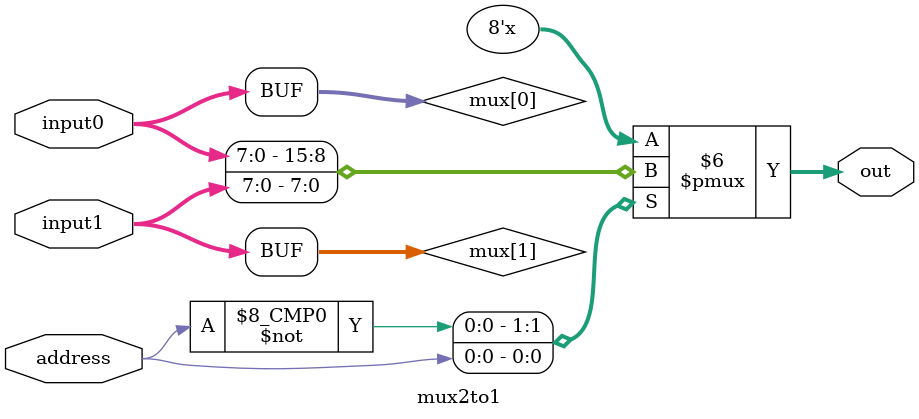
<source format=v>

/*
Parameterized 2to1 Mux

This is a two input multiplexer. The width parameter can be changed at
instantiation to accomodate differently sized inputs and outputs. 
*/
module mux2to1
#(parameter width = 8)
(
output[width-1:0]  out,
input	     	 address,
input[width-1:0]   input0, input1
);
    wire[width-1:0] mux[1:0];	      // Create a 2D array of wires
    assign mux[0] = input0;   // Connect the sources of the array
    assign mux[1] = input1;

    assign out = mux[address];	// Connect output of array
endmodule

</source>
